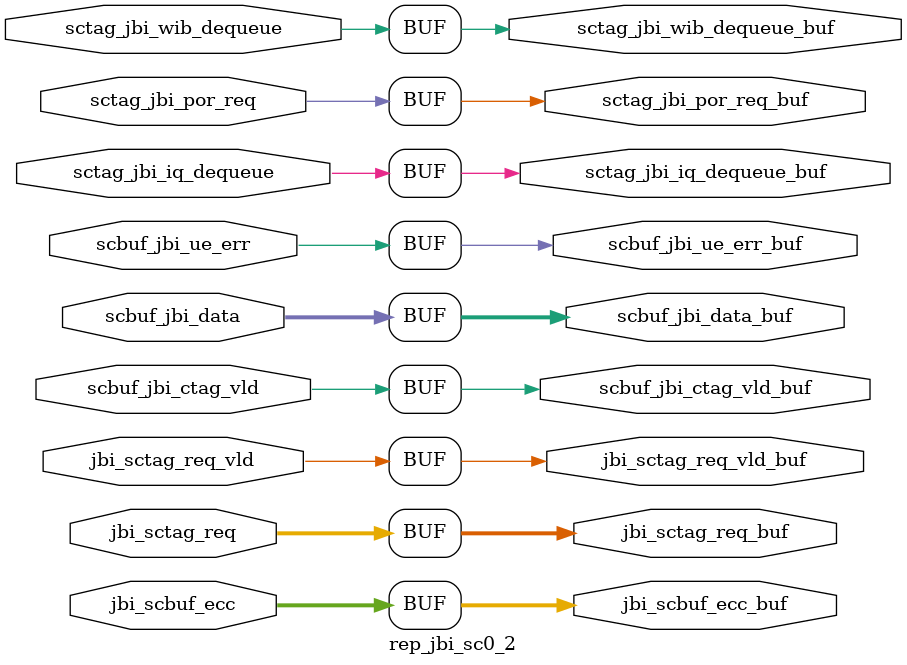
<source format=v>
module rep_jbi_sc0_2(/*AUTOARG*/
   // Outputs
   jbi_sctag_req_buf, scbuf_jbi_data_buf, jbi_scbuf_ecc_buf, 
   jbi_sctag_req_vld_buf, scbuf_jbi_ctag_vld_buf, 
   scbuf_jbi_ue_err_buf, sctag_jbi_iq_dequeue_buf, 
   sctag_jbi_wib_dequeue_buf, sctag_jbi_por_req_buf, 
   // Inputs
   jbi_sctag_req, scbuf_jbi_data, jbi_scbuf_ecc, jbi_sctag_req_vld, 
   scbuf_jbi_ctag_vld, scbuf_jbi_ue_err, sctag_jbi_iq_dequeue, 
   sctag_jbi_wib_dequeue, sctag_jbi_por_req
   );

   output [31:0]        jbi_sctag_req_buf;         
   output [31:0]        scbuf_jbi_data_buf;        
   output [6:0]         jbi_scbuf_ecc_buf;         
   output               jbi_sctag_req_vld_buf;     
   output               scbuf_jbi_ctag_vld_buf;
   output               scbuf_jbi_ue_err_buf;      
   output		sctag_jbi_iq_dequeue_buf;
   output		sctag_jbi_wib_dequeue_buf;
   output		sctag_jbi_por_req_buf;

   input [31:0]        jbi_sctag_req;         
   input [31:0]        scbuf_jbi_data;        
   input [6:0]         jbi_scbuf_ecc;         
   input               jbi_sctag_req_vld;     
   input               scbuf_jbi_ctag_vld;
   input               scbuf_jbi_ue_err;      
   input	       sctag_jbi_iq_dequeue;
   input	       sctag_jbi_wib_dequeue;
   input	       sctag_jbi_por_req;

// This repeater bank is a row of flops 
// There are a maximum of 10 flops per row.


assign		jbi_sctag_req_buf = jbi_sctag_req ;
assign		scbuf_jbi_data_buf = scbuf_jbi_data ;
assign		jbi_scbuf_ecc_buf[6:0] = jbi_scbuf_ecc[6:0] ;
assign		jbi_sctag_req_vld_buf = jbi_sctag_req_vld ;
assign		scbuf_jbi_ctag_vld_buf = scbuf_jbi_ctag_vld ;
assign		scbuf_jbi_ue_err_buf = scbuf_jbi_ue_err ;
assign		sctag_jbi_iq_dequeue_buf = sctag_jbi_iq_dequeue ;
assign		sctag_jbi_wib_dequeue_buf =  sctag_jbi_wib_dequeue;
assign		sctag_jbi_por_req_buf = sctag_jbi_por_req ;

endmodule


</source>
